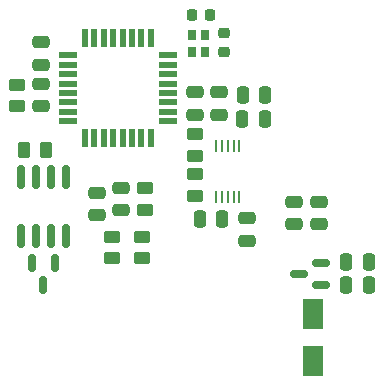
<source format=gbr>
%TF.GenerationSoftware,KiCad,Pcbnew,8.0.1*%
%TF.CreationDate,2024-05-02T10:16:12-03:00*%
%TF.ProjectId,Sdqf,53647166-2e6b-4696-9361-645f70636258,rev?*%
%TF.SameCoordinates,Original*%
%TF.FileFunction,Paste,Top*%
%TF.FilePolarity,Positive*%
%FSLAX46Y46*%
G04 Gerber Fmt 4.6, Leading zero omitted, Abs format (unit mm)*
G04 Created by KiCad (PCBNEW 8.0.1) date 2024-05-02 10:16:12*
%MOMM*%
%LPD*%
G01*
G04 APERTURE LIST*
G04 Aperture macros list*
%AMRoundRect*
0 Rectangle with rounded corners*
0 $1 Rounding radius*
0 $2 $3 $4 $5 $6 $7 $8 $9 X,Y pos of 4 corners*
0 Add a 4 corners polygon primitive as box body*
4,1,4,$2,$3,$4,$5,$6,$7,$8,$9,$2,$3,0*
0 Add four circle primitives for the rounded corners*
1,1,$1+$1,$2,$3*
1,1,$1+$1,$4,$5*
1,1,$1+$1,$6,$7*
1,1,$1+$1,$8,$9*
0 Add four rect primitives between the rounded corners*
20,1,$1+$1,$2,$3,$4,$5,0*
20,1,$1+$1,$4,$5,$6,$7,0*
20,1,$1+$1,$6,$7,$8,$9,0*
20,1,$1+$1,$8,$9,$2,$3,0*%
G04 Aperture macros list end*
%ADD10R,0.800000X0.900000*%
%ADD11RoundRect,0.225000X0.250000X-0.225000X0.250000X0.225000X-0.250000X0.225000X-0.250000X-0.225000X0*%
%ADD12RoundRect,0.225000X-0.225000X-0.250000X0.225000X-0.250000X0.225000X0.250000X-0.225000X0.250000X0*%
%ADD13RoundRect,0.250000X-0.475000X0.250000X-0.475000X-0.250000X0.475000X-0.250000X0.475000X0.250000X0*%
%ADD14RoundRect,0.150000X0.587500X0.150000X-0.587500X0.150000X-0.587500X-0.150000X0.587500X-0.150000X0*%
%ADD15RoundRect,0.150000X-0.150000X0.825000X-0.150000X-0.825000X0.150000X-0.825000X0.150000X0.825000X0*%
%ADD16R,0.550000X1.600000*%
%ADD17R,1.600000X0.550000*%
%ADD18R,1.800000X2.500000*%
%ADD19RoundRect,0.250000X0.450000X-0.262500X0.450000X0.262500X-0.450000X0.262500X-0.450000X-0.262500X0*%
%ADD20RoundRect,0.250000X0.475000X-0.250000X0.475000X0.250000X-0.475000X0.250000X-0.475000X-0.250000X0*%
%ADD21RoundRect,0.250000X-0.250000X-0.475000X0.250000X-0.475000X0.250000X0.475000X-0.250000X0.475000X0*%
%ADD22R,0.250000X1.100000*%
%ADD23RoundRect,0.250000X-0.450000X0.262500X-0.450000X-0.262500X0.450000X-0.262500X0.450000X0.262500X0*%
%ADD24RoundRect,0.250000X-0.262500X-0.450000X0.262500X-0.450000X0.262500X0.450000X-0.262500X0.450000X0*%
%ADD25RoundRect,0.150000X-0.150000X0.587500X-0.150000X-0.587500X0.150000X-0.587500X0.150000X0.587500X0*%
%ADD26RoundRect,0.250000X0.250000X0.475000X-0.250000X0.475000X-0.250000X-0.475000X0.250000X-0.475000X0*%
G04 APERTURE END LIST*
D10*
%TO.C,Y1*%
X148550000Y-70700000D03*
X148550000Y-72100000D03*
X147450000Y-72100000D03*
X147450000Y-70700000D03*
%TD*%
D11*
%TO.C,C12*%
X150200000Y-70550000D03*
X150200000Y-72100000D03*
%TD*%
D12*
%TO.C,C2*%
X149000000Y-69000000D03*
X147450000Y-69000000D03*
%TD*%
D13*
%TO.C,C7*%
X147700000Y-77450000D03*
X147700000Y-75550000D03*
%TD*%
%TO.C,C6*%
X158200000Y-84830000D03*
X158200000Y-86730000D03*
%TD*%
D14*
%TO.C,D2*%
X158400000Y-91900000D03*
X158400000Y-90000000D03*
X156525000Y-90950000D03*
%TD*%
D15*
%TO.C,U3*%
X136805000Y-82725000D03*
X135535000Y-82725000D03*
X134265000Y-82725000D03*
X132995000Y-82725000D03*
X132995000Y-87675000D03*
X134265000Y-87675000D03*
X135535000Y-87675000D03*
X136805000Y-87675000D03*
%TD*%
D16*
%TO.C,U2*%
X144000000Y-79450000D03*
X143200000Y-79450000D03*
X142400000Y-79450000D03*
X141600000Y-79450000D03*
X140800000Y-79450000D03*
X140000000Y-79450000D03*
X139200000Y-79450000D03*
X138400000Y-79450000D03*
D17*
X136950000Y-78000000D03*
X136950000Y-77200000D03*
X136950000Y-76400000D03*
X136950000Y-75600000D03*
X136950000Y-74800000D03*
X136950000Y-74000000D03*
X136950000Y-73200000D03*
X136950000Y-72400000D03*
D16*
X138400000Y-70950000D03*
X139200000Y-70950000D03*
X140000000Y-70950000D03*
X140800000Y-70950000D03*
X141600000Y-70950000D03*
X142400000Y-70950000D03*
X143200000Y-70950000D03*
X144000000Y-70950000D03*
D17*
X145450000Y-72400000D03*
X145450000Y-73200000D03*
X145450000Y-74000000D03*
X145450000Y-74800000D03*
X145450000Y-75600000D03*
X145450000Y-76400000D03*
X145450000Y-77200000D03*
X145450000Y-78000000D03*
%TD*%
D18*
%TO.C,D1*%
X157700000Y-94300000D03*
X157700000Y-98300000D03*
%TD*%
D13*
%TO.C,C4*%
X134700000Y-76700000D03*
X134700000Y-74800000D03*
%TD*%
D19*
%TO.C,R1*%
X147700000Y-82487500D03*
X147700000Y-84312500D03*
%TD*%
D13*
%TO.C,C5*%
X149800000Y-75550000D03*
X149800000Y-77450000D03*
%TD*%
D19*
%TO.C,R5*%
X147700000Y-79087500D03*
X147700000Y-80912500D03*
%TD*%
D20*
%TO.C,C10*%
X141500000Y-85550000D03*
X141500000Y-83650000D03*
%TD*%
D21*
%TO.C,C1*%
X160550000Y-91900000D03*
X162450000Y-91900000D03*
%TD*%
%TO.C,C3*%
X162450000Y-89900000D03*
X160550000Y-89900000D03*
%TD*%
D22*
%TO.C,U4*%
X149500000Y-80100000D03*
X150000000Y-80100000D03*
X150500000Y-80100000D03*
X151000000Y-80100000D03*
X151500000Y-80100000D03*
X151500000Y-84400000D03*
X151000000Y-84400000D03*
X150500000Y-84400000D03*
X150000000Y-84400000D03*
X149500000Y-84400000D03*
%TD*%
D21*
%TO.C,C13*%
X153700000Y-75750000D03*
X151800000Y-75750000D03*
%TD*%
D23*
%TO.C,L1*%
X132700000Y-76712500D03*
X132700000Y-74887500D03*
%TD*%
D13*
%TO.C,C8*%
X156100000Y-84830000D03*
X156100000Y-86730000D03*
%TD*%
D21*
%TO.C,C14*%
X153650000Y-77800000D03*
X151750000Y-77800000D03*
%TD*%
D20*
%TO.C,C9*%
X134700000Y-73200000D03*
X134700000Y-71300000D03*
%TD*%
D24*
%TO.C,R4*%
X133287500Y-80400000D03*
X135112500Y-80400000D03*
%TD*%
D20*
%TO.C,C11*%
X139400000Y-85950000D03*
X139400000Y-84050000D03*
%TD*%
D19*
%TO.C,R2*%
X143500000Y-85512500D03*
X143500000Y-83687500D03*
%TD*%
%TO.C,R11*%
X140680000Y-87775000D03*
X140680000Y-89600000D03*
%TD*%
D25*
%TO.C,D4*%
X135850000Y-90025000D03*
X133950000Y-90025000D03*
X134900000Y-91900000D03*
%TD*%
D13*
%TO.C,C16*%
X152100000Y-86200000D03*
X152100000Y-88100000D03*
%TD*%
D26*
%TO.C,C15*%
X148150000Y-86300000D03*
X150050000Y-86300000D03*
%TD*%
D19*
%TO.C,R10*%
X143220000Y-89600000D03*
X143220000Y-87775000D03*
%TD*%
M02*

</source>
